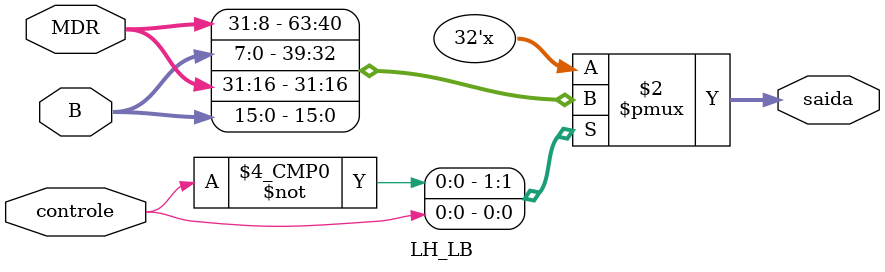
<source format=sv>
module LH_LB (
	input[31:0] B,
	input[31:0] MDR,
	output[31:0] saida,
	input controle
);

always_comb 
begin
	case(controle)
		
		0: saida = {MDR[31:8], B[7:0]};		//LB
		1: saida = {MDR[31:16], B[15:0]};	//LH
	endcase
		
end

endmodule: LH_LB
</source>
